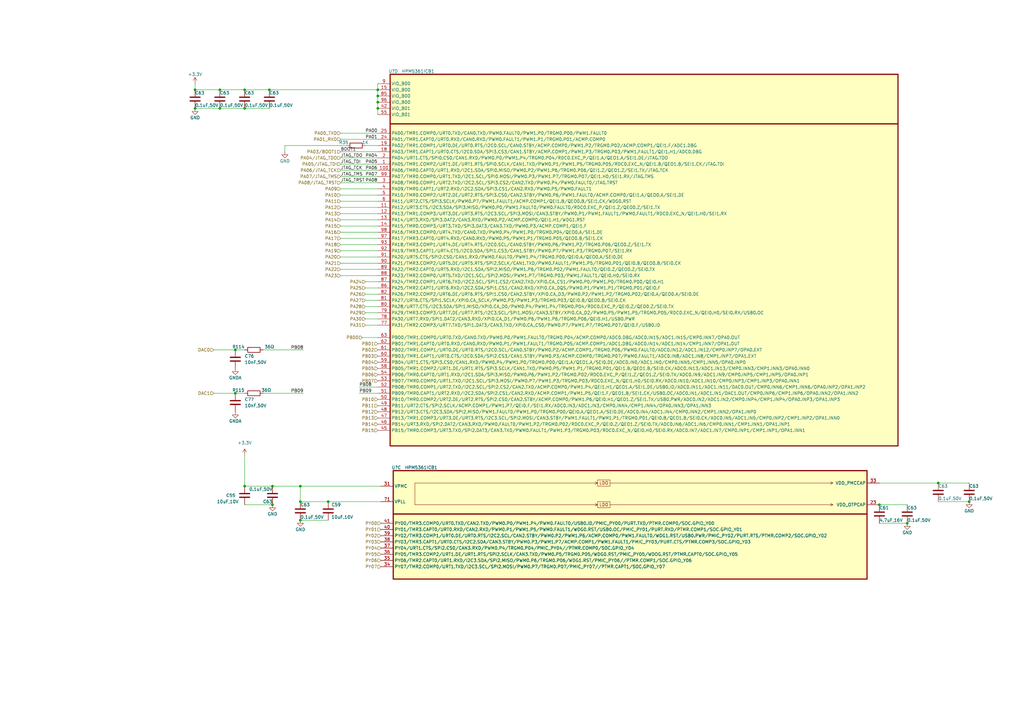
<source format=kicad_sch>
(kicad_sch (version 20230121) (generator eeschema)
  (paper "A3")
  (title_block (title "HPM5300RDCRevB") (date "2025-02-17") (rev "B") (comment 1 "HPM5300_IO"))
  (lib_symbols
    (symbol "00_HPM5300_Library:HPM5361ICB1"
      (property "Reference" "U" (at 1.27 1.27 0))
      (property "Value" "HPM5361ICB1" (at 11.43 1.27 0))
      (property "Footprint" "00_HPM_Library:LQFP-100_14x14mm_P0.5mm" (at 17.78 5.08 0))
      (symbol "HPM5361ICB1_1_1"
        (polyline (pts (xy 0 -59.69) (xy 35.56 -59.69)) (stroke (width 0.508)))
        (polyline (pts (xy 8.89 -6.35) (xy 14.605 -6.35) (xy 14.605 -10.16) (xy 13.97 -9.525) (xy 14.605 -10.16) (xy 15.24 -9.525)))
        (polyline (pts (xy 14.605 -12.7) (xy 14.605 -16.51) (xy 8.89 -16.51) (xy 9.525 -15.875) (xy 8.89 -16.51) (xy 9.525 -17.145)))
        (rectangle (start 0 0) (end 35.56 -76.2) (stroke (width 0.508)) (fill (type background)))
        (rectangle (start 10.16 -10.16) (end 17.78 -12.7))
        (text "Analog_Domain" (at 11.43 -62.23 0) (effects (font (size 1.778 1.778))))
        (text "DCDC" (at 13.97 -11.43 0) (effects (font (size 1.27 1.27))))
        (text "DCDC_Domain" (at 10.16 -2.54 0) (effects (font (size 1.778 1.778))))
        (pin power_in line (at 40.64 -30.48 180) (length 5.08) (name "VSS") (number "10"))
        (pin power_in line (at 40.64 -33.02 180) (length 5.08) (name "VSS") (number "16"))
        (pin power_in line (at 40.64 -8.89 180) (length 5.08) (name "VDD_SOC") (number "17"))
        (pin power_in line (at 40.64 -11.43 180) (length 5.08) (name "VDD_SOC") (number "20"))
        (pin power_in line (at -5.08 -24.13 0) (length 5.08) (name "DCDC_SNS") (number "21"))
        (pin power_in line (at 40.64 -35.56 180) (length 5.08) (name "VSS") (number "22"))
        (pin power_in line (at -5.08 -35.56 0) (length 5.08) (name "DCDC_GND") (number "28"))
        (pin power_in line (at -5.08 -16.51 0) (length 5.08) (name "DCDC_LP") (number "29"))
        (pin power_in line (at -5.08 -6.35 0) (length 5.08) (name "DCDC_IN") (number "30"))
        (pin power_in line (at 40.64 -38.1 180) (length 5.08) (name "VSS") (number "32"))
        (pin power_in line (at 40.64 -40.64 180) (length 5.08) (name "VSS") (number "43"))
        (pin power_in line (at 40.64 -13.97 180) (length 5.08) (name "VDD_SOC") (number "44"))
        (pin power_in line (at 40.64 -43.18 180) (length 5.08) (name "VSS") (number "56"))
        (pin power_in line (at 40.64 -16.51 180) (length 5.08) (name "VDD_SOC") (number "57"))
        (pin power_in line (at 40.64 -71.12 180) (length 5.08) (name "VREFL") (number "64"))
        (pin power_in line (at 40.64 -64.77 180) (length 5.08) (name "VREFH") (number "65"))
        (pin power_in line (at 40.64 -45.72 180) (length 5.08) (name "VSS") (number "66"))
        (pin power_in line (at -5.08 -71.12 0) (length 5.08) (name "VANA") (number "67"))
        (pin power_in line (at 40.64 -19.05 180) (length 5.08) (name "VDD_SOC") (number "69"))
        (pin power_in line (at 40.64 -6.35 180) (length 5.08) (name "VDD_SOC") (number "7"))
        (pin power_in line (at 40.64 -48.26 180) (length 5.08) (name "VSS") (number "70"))
        (pin power_in line (at 40.64 -50.8 180) (length 5.08) (name "VSS") (number "76"))
        (pin power_in line (at 40.64 -27.94 180) (length 5.08) (name "VSS") (number "8"))
        (pin power_in line (at 40.64 -21.59 180) (length 5.08) (name "VDD_SOC") (number "83"))
        (pin power_in line (at 40.64 -53.34 180) (length 5.08) (name "VSS") (number "84"))
        (pin power_in line (at 40.64 -24.13 180) (length 5.08) (name "VDD_SOC") (number "94"))
        (pin power_in line (at 40.64 -55.88 180) (length 5.08) (name "VSS") (number "95"))
      )
      (symbol "HPM5361ICB1_2_1"
        (rectangle (start 0 0) (end 35.56 -33.02) (stroke (width 0.508)) (fill (type background)))
        (pin input line (at -5.08 -17.78 0) (length 5.08) (name "RESETN") (number "26"))
        (pin input line (at -5.08 -21.59 0) (length 5.08) (name "WAKEUP") (number "27"))
        (pin power_in line (at -5.08 -26.67 0) (length 5.08) (name "USBVBUS") (number "68"))
        (pin bidirectional line (at 40.64 -26.67 180) (length 5.08) (name "USB_DP") (number "72"))
        (pin bidirectional line (at 40.64 -29.21 180) (length 5.08) (name "USB_DM") (number "73"))
        (pin bidirectional line (at -5.08 -3.81 0) (length 5.08) (name "XTALI") (number "74"))
        (pin bidirectional line (at -5.08 -12.7 0) (length 5.08) (name "XTALO") (number "75"))
      )
      (symbol "HPM5361ICB1_3_0"
        (polyline (pts (xy 8.89 -13.97) (xy 83.82 -13.97) (xy 82.804 -13.462) (xy 83.82 -13.97) (xy 82.804 -14.478)))
        (polyline (pts (xy 8.89 -5.08) (xy 83.82 -5.08) (xy 82.804 -4.572) (xy 83.82 -5.08) (xy 82.804 -5.588)))
        (polyline (pts (xy 88.9 -13.97) (xy 180.34 -13.97) (xy 179.324 -13.462) (xy 180.34 -13.97) (xy 179.324 -14.478)))
        (polyline (pts (xy 88.9 -5.08) (xy 180.34 -5.08) (xy 179.324 -4.572) (xy 180.34 -5.08) (xy 179.324 -5.588)))
      )
      (symbol "HPM5361ICB1_3_1"
        (polyline (pts (xy 0 -17.78) (xy 194.31 -17.78)) (stroke (width 0.508)))
        (polyline (pts (xy 8.89 -12.7) (xy 8.89 -5.08) (xy 8.89 -13.97)))
        (rectangle (start 0 0) (end 194.31 -44.45) (stroke (width 0.508)) (fill (type background)))
        (rectangle (start 83.82 -12.7) (end 88.9 -15.24))
        (rectangle (start 83.82 -3.81) (end 88.9 -6.35))
        (text "LDO" (at 86.36 -13.97 0) (effects (font (size 1.27 1.27))))
        (text "LDO" (at 86.36 -5.08 0) (effects (font (size 1.27 1.27))))
        (pin power_out line (at 199.39 -13.97 180) (length 5.08) (name "VDD_OTPCAP") (number "23"))
        (pin power_in line (at -5.08 -6.35 0) (length 5.08) (name "VPMC") (number "31"))
        (pin power_out line (at 199.39 -5.08 180) (length 5.08) (name "VDD_PMCCAP") (number "33"))
        (pin bidirectional line (at -5.08 -39.37 0) (length 5.08) (name "PY07/TMR2.COMP0/URT1.TXD/I2C3.SCL/SPI2.MOSI/PWM0.P7/TRGM0.P07/PMIC_PY07//PTMR.CAPT1/SOC.GPIO_Y07") (number "34"))
        (pin bidirectional line (at -5.08 -36.83 0) (length 5.08) (name "PY06/TMR2.CAPT0/URT1.RXD/I2C3.SDA/SPI2.MISO/PWM0.P6/TRGM0.P06/WDG1.RST/PMIC_PY06//PTMR.COMP1/SOC.GPIO_Y06") (number "35"))
        (pin bidirectional line (at -5.08 -34.29 0) (length 5.08) (name "PY05/TMR3.COMP2/URT1.DE/URT1.RTS/SPI2.SCLK/CAN3.TXD/PWM0.P5/TRGM0.P05/WDG0.RST/PMIC_PY05/WDOG.RST/PTMR.CAPT0/SOC.GPIO_Y05") (number "36"))
        (pin bidirectional line (at -5.08 -31.75 0) (length 5.08) (name "PY04/URT1.CTS/SPI2.CS0/CAN3.RXD/PWM0.P4/TRGM0.P04/PMIC_PY04//PTMR.COMP0/SOC.GPIO_Y04") (number "37"))
        (pin bidirectional line (at -5.08 -29.21 0) (length 5.08) (name "PY03/TMR3.CAPT1/URT0.CTS/I2C2.SDA/CAN3.STBY/PWM0.P3/PWM1.P7/ACMP.COMP1/PWM1.FAULT1/PMIC_PY03/PURT.CTS/PTMR.COMP3/SOC.GPIO_Y03") (number "38"))
        (pin bidirectional line (at -5.08 -26.67 0) (length 5.08) (name "PY02/TMR3.COMP1/URT0.DE/URT0.RTS/I2C2.SCL/CAN2.STBY/PWM0.P2/PWM1.P6/ACMP.COMP0/PWM1.FAULT0/WDG1.RST/USB0.PWR/PMIC_PY02/PURT.RTS/PTMR.COMP2/SOC.GPIO_Y02") (number "39"))
        (pin bidirectional line (at -5.08 -24.13 0) (length 5.08) (name "PY01/TMR3.CAPT0/URT0.RXD/CAN2.RXD/PWM0.P1/PWM1.P5/PWM0.FAULT1/WDG0.RST/USB0.OC/PMIC_PY01/PURT.RXD/PTMR.COMP1/SOC.GPIO_Y01") (number "40"))
        (pin bidirectional line (at -5.08 -21.59 0) (length 5.08) (name "PY00/TMR3.COMP0/URT0.TXD/CAN2.TXD/PWM0.P0/PWM1.P4/PWM0.FAULT0/USB0.ID/PMIC_PY00/PURT.TXD/PTMR.COMP0/SOC.GPIO_Y00") (number "41"))
        (pin power_in line (at -5.08 -12.7 0) (length 5.08) (name "VPLL") (number "71"))
      )
      (symbol "HPM5361ICB1_4_1"
        (polyline (pts (xy 0 -20.32) (xy 208.28 -20.32)) (stroke (width 0.5)))
        (rectangle (start 0 0) (end 208.28 -152.4) (stroke (width 0.508)) (fill (type background)))
        (pin bidirectional line (at -5.08 -36.83 0) (length 5.08) (name "PA05/TMR1.COMP2/URT1.DE/URT1.RTS/SPI0.SCLK/CAN1.TXD/PWM0.P1/PWM1.P5/TRGM0.P05/RDC0.EXC_N/QEI1.B/QEO1.B/SEI1.CK/JTAG.TDI") (number "1"))
        (pin bidirectional line (at -5.08 -39.37 0) (length 5.08) (name "PA06/TMR0.CAPT0/URT1.RXD/I2C1.SDA/SPI0.MISO/PWM0.P2/PWM1.P6/TRGM0.P06/QEI1.Z/QEO1.Z/SEI1.TX/JTAG.TCK") (number "100"))
        (pin bidirectional line (at -5.08 -54.61 0) (length 5.08) (name "PA12/URT3.CTS/I2C3.SDA/SPI3.MISO/PWM0.P0/PWM1.FAULT0/PWM0.FAULT0/RDC0.EXC_P/QEI1.Z/QEO0.Z/SEI1.TX") (number "11"))
        (pin bidirectional line (at -5.08 -57.15 0) (length 5.08) (name "PA13/TMR1.COMP3/URT3.DE/URT3.RTS/I2C3.SCL/SPI3.MOSI/CAN3.STBY/PWM0.P1/PWM1.FAULT1/PWM0.FAULT1/RDC0.EXC_N/QEI1.H0/SEI1.RX") (number "12"))
        (pin bidirectional line (at -5.08 -59.69 0) (length 5.08) (name "PA14/URT3.RXD/SPI3.DAT2/CAN3.RXD/PWM0.P2/ACMP.COMP0/QEI1.H1/WDG1.RST") (number "13"))
        (pin bidirectional line (at -5.08 -62.23 0) (length 5.08) (name "PA15/TMR0.COMP3/URT3.TXD/SPI3.DAT3/CAN3.TXD/PWM0.P3/ACMP.COMP1/QEI1.F") (number "14"))
        (pin power_in line (at -5.08 -6.35 0) (length 5.08) (name "VIO_B00") (number "15"))
        (pin bidirectional line (at -5.08 -31.75 0) (length 5.08) (name "PA03/TMR1.CAPT1/URT0.CTS/I2C0.SDA/SPI3.CS3/CAN1.STBY/ACMP.COMP1/PWM1.P3/TRGM0.P03/PWM1.FAULT1/QEI1.H1/ADC0.DBG") (number "18"))
        (pin bidirectional line (at -5.08 -29.21 0) (length 5.08) (name "PA02/TMR1.COMP1/URT0.DE/URT0.RTS/I2C0.SCL/CAN0.STBY/ACMP.COMP0/PWM1.P2/TRGM0.P02/ACMP.COMP1/QEI1.F/ADC1.DBG") (number "19"))
        (pin bidirectional line (at -5.08 -34.29 0) (length 5.08) (name "PA04/URT1.CTS/SPI0.CS0/CAN1.RXD/PWM0.P0/PWM1.P4/TRGM0.P04/RDC0.EXC_P/QEI1.A/QEO1.A/SEI1.DE/JTAG.TDO") (number "2"))
        (pin bidirectional line (at -5.08 -26.67 0) (length 5.08) (name "PA01/TMR1.CAPT0/URT0.RXD/CAN0.RXD/PWM0.FAULT1/PWM1.P1/TRGM0.P01/ACMP.COMP0") (number "24"))
        (pin bidirectional line (at -5.08 -24.13 0) (length 5.08) (name "PA00/TMR1.COMP0/URT0.TXD/CAN0.TXD/PWM0.FAULT0/PWM1.P0/TRGM0.P00/PWM1.FAULT0") (number "25"))
        (pin bidirectional line (at -5.08 -44.45 0) (length 5.08) (name "PA08/TMR0.COMP1/URT2.TXD/I2C2.SCL/SPI3.CS2/CAN2.TXD/PWM0.P4/PWM0.FAULT0/JTAG.TRST") (number "3"))
        (pin bidirectional line (at -5.08 -46.99 0) (length 5.08) (name "PA09/TMR0.CAPT1/URT2.RXD/I2C2.SDA/SPI3.CS1/CAN2.RXD/PWM0.P5/PWM0.FAULT1") (number "4"))
        (pin power_in line (at -5.08 -13.97 0) (length 5.08) (name "VIO_B01") (number "42"))
        (pin bidirectional line (at -5.08 -146.05 0) (length 5.08) (name "PB15/TMR0.COMP3/URT3.TXD/SPI2.DAT3/CAN3.TXD/PWM0.FAULT1/PWM1.P3/TRGM0.P03/RDC0.EXC_N/QEI0.H0/SEI0.RX/ADC0.IN7/ADC1.IN7/CMP0.INP1/CMP1.INP1/OPA1.INN1") (number "45"))
        (pin bidirectional line (at -5.08 -143.51 0) (length 5.08) (name "PB14/URT3.RXD/SPI2.DAT2/CAN3.RXD/PWM0.FAULT0/PWM1.P2/TRGM0.P02/RDC0.EXC_P/QEI0.Z/QEO1.Z/SEI0.TX/ADC0.IN6/ADC1.IN6/CMP0.INN1/CMP1.INN1/OPA1.INP1") (number "46"))
        (pin bidirectional line (at -5.08 -140.97 0) (length 5.08) (name "PB13/TMR1.COMP3/URT3.DE/URT3.RTS/I2C3.SCL/SPI2.MOSI/CAN3.STBY/PWM1.FAULT1/PWM1.P1/TRGM0.P01/QEI0.B/QEO1.B/SEI0.CK/ADC0.IN5/ADC1.IN5/CMP0.INP2/CMP1.INP2/OPA1.INN0") (number "47"))
        (pin bidirectional line (at -5.08 -138.43 0) (length 5.08) (name "PB12/URT3.CTS/I2C3.SDA/SPI2.MISO/PWM1.FAULT0/PWM1.P0/TRGM0.P00/QEI0.A/QEO1.A/SEI0.DE/ADC0.IN4/ADC1.IN4/CMP0.INN2/CMP1.INN2/OPA1.INP0") (number "48"))
        (pin bidirectional line (at -5.08 -135.89 0) (length 5.08) (name "PB11/URT2.CTS/SPI2.SCLK/ACMP.COMP1/PWM1.P7/QEI0.F/SEI1.RX/ADC0.IN3/ADC1.IN3/CMP0.INN4/CMP1.INN4/OPA0.INN3/OPA1.INN3") (number "49"))
        (pin bidirectional line (at -5.08 -49.53 0) (length 5.08) (name "PA10/TMR0.COMP2/URT2.DE/URT2.RTS/SPI3.CS0/CAN2.STBY/PWM0.P6/PWM1.FAULT0/ACMP.COMP0/QEI1.A/QEO0.A/SEI1.DE") (number "5"))
        (pin bidirectional line (at -5.08 -133.35 0) (length 5.08) (name "PB10/TMR0.COMP2/URT2.DE/URT2.RTS/SPI2.CS0/CAN2.STBY/ACMP.COMP0/PWM1.P6/QEI0.H1/QEO1.Z/SEI1.TX/USB0.PWR/ADC0.IN2/ADC1.IN2/CMP0.INP4/CMP1.INP4/OPA0.INP3/OPA1.INP3") (number "50"))
        (pin bidirectional line (at -5.08 -130.81 0) (length 5.08) (name "PB09/TMR0.CAPT1/URT2.RXD/I2C2.SDA/SPI2.CS1/CAN2.RXD/ACMP.COMP1/PWM1.P5/QEI1.F/QEO1.B/SEI1.CK/USB0.OC/ADC0.IN1/ADC1.IN1/DAC1.OUT/CMP0.INP6/CMP1.INP6/OPA0.INN2/OPA1.INN2") (number "51"))
        (pin bidirectional line (at -5.08 -128.27 0) (length 5.08) (name "PB08/TMR0.COMP1/URT2.TXD/I2C2.SCL/SPI2.CS2/CAN2.TXD/ACMP.COMP0/PWM1.P4/QEI1.H1/QEO1.A/SEI1.DE/USB0.ID/ADC0.IN11/ADC1.IN11/DAC0.OUT/CMP0.INN6/CMP1.INN6/OPA0.INP2/OPA1.INP2") (number "52"))
        (pin bidirectional line (at -5.08 -125.73 0) (length 5.08) (name "PB07/TMR0.COMP0/URT1.TXD/I2C1.SCL/SPI3.MOSI/PWM0.P7/PWM1.P3/TRGM0.P03/RDC0.EXC_N/QEI1.H0/SEI0.RX/ADC0.IN10/ADC1.IN10/CMP0.INP3/CMP1.INP3/OPA0.INN1") (number "53"))
        (pin bidirectional line (at -5.08 -123.19 0) (length 5.08) (name "PB06/TMR0.CAPT0/URT1.RXD/I2C1.SDA/SPI3.MISO/PWM0.P6/PWM1.P2/TRGM0.P02/RDC0.EXC_P/QEI1.Z/QEO1.Z/SEI0.TX/ADC0.IN9/ADC1.IN9/CMP0.INP5/CMP1.INP5/OPA0.INP1") (number "54"))
        (pin power_in line (at -5.08 -16.51 0) (length 5.08) (name "VIO_B01") (number "55"))
        (pin bidirectional line (at -5.08 -120.65 0) (length 5.08) (name "PB05/TMR1.COMP2/URT1.DE/URT1.RTS/SPI3.SCLK/CAN1.TXD/PWM0.P5/PWM1.P1/TRGM0.P01/QEI1.B/QEO1.B/SEI0.CK/ADC0.IN13/ADC1.IN13/CMP0.INN3/CMP1.INN3/OPA0.INN0") (number "58"))
        (pin bidirectional line (at -5.08 -118.11 0) (length 5.08) (name "PB04/URT1.CTS/SPI3.CS0/CAN1.RXD/PWM0.P4/PWM1.P0/TRGM0.P00/QEI1.A/QEO1.A/SEI0.DE/ADC0.IN0/ADC1.IN0/CMP0.INN5/CMP1.INN5/OPA0.INP0") (number "59"))
        (pin bidirectional line (at -5.08 -52.07 0) (length 5.08) (name "PA11/URT2.CTS/SPI3.SCLK/PWM0.P7/PWM1.FAULT1/ACMP.COMP1/QEI1.B/QEO0.B/SEI1.CK/WDG0.RST") (number "6"))
        (pin bidirectional line (at -5.08 -115.57 0) (length 5.08) (name "PB03/TMR1.CAPT1/URT0.CTS/I2C0.SDA/SPI2.CS3/CAN1.STBY/PWM0.P3/ACMP.COMP0/TRGM0.P07/PWM0.FAULT1/ADC0.IN8/ADC1.IN8/CMP1.INP7/OPA1.EXT") (number "60"))
        (pin bidirectional line (at -5.08 -113.03 0) (length 5.08) (name "PB02/TMR1.COMP1/URT0.DE/URT0.RTS/I2C0.SCL/CAN0.STBY/PWM0.P2/ACMP.COMP1/TRGM0.P06/PWM0.FAULT0/ADC0.IN12/ADC1.IN12/CMP0.INP7/OPA0.EXT") (number "61"))
        (pin bidirectional line (at -5.08 -110.49 0) (length 5.08) (name "PB01/TMR1.CAPT0/URT0.RXD/CAN0.RXD/PWM0.P1/PWM1.FAULT1/TRGM0.P05/ACMP.COMP1/ADC1.DBG/ADC0.IN14/ADC1.IN14/CMP1.INN7/OPA1.OUT") (number "62"))
        (pin bidirectional line (at -5.08 -107.95 0) (length 5.08) (name "PB00/TMR1.COMP0/URT0.TXD/CAN0.TXD/PWM0.P0/PWM1.FAULT0/TRGM0.P04/ACMP.COMP0/ADC0.DBG/ADC0.IN15/ADC1.IN15/CMP0.INN7/OPA0.OUT") (number "63"))
        (pin bidirectional line (at -5.08 -102.87 0) (length 5.08) (name "PA31/TMR2.COMP3/URT7.TXD/SPI1.DAT3/CAN3.TXD/XPI0.CA_CS0/PWM0.P7/PWM1.P7/TRGM0.P07/QEI0.F/USB0.ID") (number "77"))
        (pin bidirectional line (at -5.08 -100.33 0) (length 5.08) (name "PA30/URT7.RXD/SPI1.DAT2/CAN3.RXD/XPI0.CA_D1/PWM0.P6/PWM1.P6/TRGM0.P06/QEI0.H1/USB0.PWR") (number "78"))
        (pin bidirectional line (at -5.08 -97.79 0) (length 5.08) (name "PA29/TMR3.COMP3/URT7.DE/URT7.RTS/I2C3.SCL/SPI1.MOSI/CAN3.STBY/XPI0.CA_D2/PWM0.P5/PWM1.P5/TRGM0.P05/RDC0.EXC_N/QEI0.H0/SEI0.RX/USB0.OC") (number "79"))
        (pin bidirectional line (at -5.08 -95.25 0) (length 5.08) (name "PA28/URT7.CTS/I2C3.SDA/SPI1.MISO/XPI0.CA_D0/PWM0.P4/PWM1.P4/TRGM0.P04/RDC0.EXC_P/QEI0.Z/QEO0.Z/SEI0.TX") (number "80"))
        (pin bidirectional line (at -5.08 -92.71 0) (length 5.08) (name "PA27/URT6.CTS/SPI1.SCLK/XPI0.CA_SCLK/PWM0.P3/PWM1.P3/TRGM0.P03/QEI0.B/QEO0.B/SEI0.CK") (number "81"))
        (pin bidirectional line (at -5.08 -90.17 0) (length 5.08) (name "PA26/TMR2.COMP2/URT6.DE/URT6.RTS/SPI1.CS0/CAN2.STBY/XPI0.CA_D3/PWM0.P2/PWM1.P2/TRGM0.P02/QEI0.A/QEO0.A/SEI0.DE") (number "82"))
        (pin power_in line (at -5.08 -8.89 0) (length 5.08) (name "VIO_B00") (number "85"))
        (pin bidirectional line (at -5.08 -87.63 0) (length 5.08) (name "PA25/TMR2.CAPT1/URT6.RXD/I2C2.SDA/SPI1.CS1/CAN2.RXD/XPI0.CA_DQS/PWM0.P1/PWM1.P1/TRGM0.P01/QEI0.F") (number "86"))
        (pin bidirectional line (at -5.08 -85.09 0) (length 5.08) (name "PA24/TMR2.COMP1/URT6.TXD/I2C2.SCL/SPI1.CS2/CAN2.TXD/XPI0.CA_CS1/PWM0.P0/PWM1.P0/TRGM0.P00/QEI0.H1") (number "87"))
        (pin bidirectional line (at -5.08 -82.55 0) (length 5.08) (name "PA23/TMR2.COMP0/URT5.TXD/I2C1.SCL/SPI2.MOSI/PWM1.P7/TRGM0.P03/PWM1.FAULT1/QEI0.H0/SEI0.RX") (number "88"))
        (pin bidirectional line (at -5.08 -80.01 0) (length 5.08) (name "PA22/TMR2.CAPT0/URT5.RXD/I2C1.SDA/SPI2.MISO/PWM1.P6/TRGM0.P02/PWM1.FAULT0/QEI0.Z/QEO0.Z/SEI0.TX") (number "89"))
        (pin power_in line (at -5.08 -3.81 0) (length 5.08) (name "VIO_B00") (number "9"))
        (pin bidirectional line (at -5.08 -77.47 0) (length 5.08) (name "PA21/TMR3.COMP2/URT5.DE/URT5.RTS/SPI2.SCLK/CAN1.TXD/PWM0.FAULT1/PWM1.P5/TRGM0.P01/QEI0.B/QEO0.B/SEI0.CK") (number "90"))
        (pin bidirectional line (at -5.08 -74.93 0) (length 5.08) (name "PA20/URT5.CTS/SPI2.CS0/CAN1.RXD/PWM0.FAULT0/PWM1.P4/TRGM0.P00/QEI0.A/QEO0.A/SEI0.DE") (number "91"))
        (pin bidirectional line (at -5.08 -72.39 0) (length 5.08) (name "PA19/TMR3.CAPT1/URT4.CTS/I2C0.SDA/SPI1.CS3/CAN1.STBY/PWM0.P7/PWM1.P3/TRGM0.P07/SEI1.RX") (number "92"))
        (pin bidirectional line (at -5.08 -69.85 0) (length 5.08) (name "PA18/TMR3.COMP1/URT4.DE/URT4.RTS/I2C0.SCL/CAN0.STBY/PWM0.P6/PWM1.P2/TRGM0.P06/QEO0.Z/SEI1.TX") (number "93"))
        (pin power_in line (at -5.08 -11.43 0) (length 5.08) (name "VIO_B00") (number "96"))
        (pin bidirectional line (at -5.08 -67.31 0) (length 5.08) (name "PA17/TMR3.CAPT0/URT4.RXD/CAN0.RXD/PWM0.P5/PWM1.P1/TRGM0.P05/QEO0.B/SEI1.CK") (number "97"))
        (pin bidirectional line (at -5.08 -64.77 0) (length 5.08) (name "PA16/TMR3.COMP0/URT4.TXD/CAN0.TXD/PWM0.P4/PWM1.P0/TRGM0.P04/QEO0.A/SEI1.DE") (number "98"))
        (pin bidirectional line (at -5.08 -41.91 0) (length 5.08) (name "PA07/TMR0.COMP0/URT1.TXD/I2C1.SCL/SPI0.MOSI/PWM0.P3/PWM1.P7/TRGM0.P07/QEI1.H0/SEI1.RX/JTAG.TMS") (number "99"))
      )
    )
    (symbol "02_HPM_Resistor:1K_0603" (pin_numbers hide) (pin_names (offset 0))
      (property "Reference" "R" (at 0 3.81 0))
      (property "Value" "1K" (at 0 7.62 0))
      (symbol "1K_0603_0_1"
        (rectangle (start 2.54 -1.016) (end -2.54 1.016) (stroke (width 0.254)))
      )
      (symbol "1K_0603_1_1"
        (pin passive line (at -3.81 0 0) (length 1.27) (name "~") (number "1"))
        (pin passive line (at 3.81 0 180) (length 1.27) (name "~") (number "2"))
      )
    )
    (symbol "02_HPM_Resistor:36Ω_0603" (pin_numbers hide) (pin_names (offset 0))
      (property "Reference" "R" (at 0 3.81 0))
      (property "Value" "36Ω" (at 0 6.35 0))
      (symbol "36Ω_0603_0_1"
        (rectangle (start 2.54 -1.016) (end -2.54 1.016) (stroke (width 0.254)))
      )
      (symbol "36Ω_0603_1_1"
        (pin passive line (at -3.81 0 0) (length 1.27) (name "~") (number "1"))
        (pin passive line (at 3.81 0 180) (length 1.27) (name "~") (number "2"))
      )
    )
    (symbol "03_HPM_Capacitance:0.1uF,50V,0603" (pin_numbers hide) (pin_names (offset 0.254))
      (property "Reference" "C" (at 0.635 2.54 0))
      (property "Value" "0.1uF,50V" (at 0.635 -2.54 0))
      (symbol "0.1uF,50V,0603_0_1"
        (polyline (pts (xy -2.032 -0.762) (xy 2.032 -0.762)) (stroke (width 0.508)))
        (polyline (pts (xy -2.032 0.762) (xy 2.032 0.762)) (stroke (width 0.508)))
      )
      (symbol "0.1uF,50V,0603_1_1"
        (pin passive line (at 0 3.81 270) (length 2.794) (name "~") (number "1"))
        (pin passive line (at 0 -3.81 90) (length 2.794) (name "~") (number "2"))
      )
    )
    (symbol "03_HPM_Capacitance:10nF,50V_0603" (pin_numbers hide) (pin_names (offset 0.254))
      (property "Reference" "C" (at 0 11.43 0))
      (property "Value" "10nF,50V" (at -6.35 15.24 0))
      (symbol "10nF,50V_0603_0_1"
        (polyline (pts (xy -2.032 -0.762) (xy 2.032 -0.762)) (stroke (width 0.508)))
        (polyline (pts (xy -2.032 0.762) (xy 2.032 0.762)) (stroke (width 0.508)))
      )
      (symbol "10nF,50V_0603_1_1"
        (pin passive line (at 0 3.81 270) (length 2.794) (name "~") (number "1"))
        (pin passive line (at 0 -3.81 90) (length 2.794) (name "~") (number "2"))
      )
    )
    (symbol "03_HPM_Capacitance:10uF,10V_0603" (pin_numbers hide)
      (property "Reference" "C" (at 0 8.89 0))
      (property "Value" "10uF,10V" (at 0 10.16 0))
      (symbol "10uF,10V_0603_0_1"
        (polyline (pts (xy -2.032 -0.762) (xy 2.032 -0.762)) (stroke (width 0.508)))
        (polyline (pts (xy -2.032 0.762) (xy 2.032 0.762)) (stroke (width 0.508)))
      )
      (symbol "10uF,10V_0603_1_1"
        (pin passive line (at 0 3.81 270) (length 2.794) (name "~") (number "1"))
        (pin passive line (at 0 -3.81 90) (length 2.794) (name "~") (number "2"))
      )
    )
    (symbol "03_HPM_Capacitance:4.7uF,16V_0603" (pin_numbers hide) (pin_names (offset 0.254))
      (property "Reference" "C" (at 0.635 2.54 0))
      (property "Value" "4.7uF,16V" (at 0.635 -2.54 0))
      (symbol "4.7uF,16V_0603_0_1"
        (polyline (pts (xy -2.032 -0.762) (xy 2.032 -0.762)) (stroke (width 0.508)))
        (polyline (pts (xy -2.032 0.762) (xy 2.032 0.762)) (stroke (width 0.508)))
      )
      (symbol "4.7uF,16V_0603_1_1"
        (pin passive line (at 0 3.81 270) (length 2.794) (name "~") (number "1"))
        (pin passive line (at 0 -3.81 90) (length 2.794) (name "~") (number "2"))
      )
    )
    (symbol "98_POWER:GND" (power) (pin_names (offset 0))
      (property "Value" "GND" (at 0 -3.81 0))
      (symbol "GND_0_1"
        (polyline (pts (xy 0 0) (xy 0 -1.27) (xy 1.27 -1.27) (xy 0 -2.54) (xy -1.27 -1.27) (xy 0 -1.27)))
      )
      (symbol "GND_1_1"
        (pin power_in line (at 0 0 270) (length 0) hide (name "GND") (number "1"))
      )
    )
    (symbol "power:+3.3V" (power) (pin_names (offset 0))
      (property "Value" "+3.3V" (at 0 3.556 0))
      (symbol "+3.3V_0_1"
        (polyline (pts (xy -0.762 1.27) (xy 0 2.54)))
        (polyline (pts (xy 0 0) (xy 0 2.54)))
        (polyline (pts (xy 0 2.54) (xy 0.762 1.27)))
      )
      (symbol "+3.3V_1_1"
        (pin power_in line (at 0 0 90) (length 0) hide (name "+3.3V") (number "1"))
      )
    )
    (symbol "power:GNDA" (power) (pin_names (offset 0))
      (property "Value" "GNDA" (at 0 -3.81 0))
      (symbol "GNDA_0_1"
        (polyline (pts (xy 0 0) (xy 0 -1.27) (xy 1.27 -1.27) (xy 0 -2.54) (xy -1.27 -1.27) (xy 0 -1.27)))
      )
      (symbol "GNDA_1_1"
        (pin power_in line (at 0 0 270) (length 0) hide (name "GNDA") (number "1"))
      )
    )
  )
  (junction (at 90.17 44.45))
  (junction (at 96.52 143.51))
  (junction (at 80.01 36.83))
  (junction (at 154.94 44.45))
  (junction (at 96.52 161.29))
  (junction (at 111.76 207.01))
  (junction (at 384.81 198.12))
  (junction (at 123.19 205.74))
  (junction (at 372.11 214.63))
  (junction (at 123.19 199.39))
  (junction (at 110.49 36.83))
  (junction (at 154.94 41.91))
  (junction (at 154.94 36.83))
  (junction (at 360.68 207.01))
  (junction (at 397.51 205.74))
  (junction (at 100.33 36.83))
  (junction (at 111.76 199.39))
  (junction (at 123.19 213.36))
  (junction (at 80.01 44.45))
  (junction (at 100.33 44.45))
  (junction (at 90.17 36.83))
  (junction (at 100.33 199.39))
  (junction (at 134.62 205.74))
  (junction (at 154.94 39.37))
  (wire (pts (xy 139.7 105.41) (xy 154.94 105.41)))
  (wire (pts (xy 123.19 205.74) (xy 134.62 205.74)))
  (wire (pts (xy 154.94 36.83) (xy 154.94 39.37)))
  (wire (pts (xy 139.7 85.09) (xy 154.94 85.09)))
  (wire (pts (xy 100.33 36.83) (xy 110.49 36.83)))
  (wire (pts (xy 154.94 39.37) (xy 154.94 41.91)))
  (wire (pts (xy 149.86 123.19) (xy 154.94 123.19)))
  (wire (pts (xy 149.86 133.35) (xy 154.94 133.35)))
  (wire (pts (xy 360.68 207.01) (xy 372.11 207.01)))
  (wire (pts (xy 80.01 34.29) (xy 80.01 36.83)))
  (wire (pts (xy 148.59 138.43) (xy 154.94 138.43)))
  (wire (pts (xy 139.7 97.79) (xy 154.94 97.79)))
  (wire (pts (xy 154.94 34.29) (xy 154.94 36.83)))
  (wire (pts (xy 149.86 118.11) (xy 154.94 118.11)))
  (wire (pts (xy 123.19 199.39) (xy 123.19 205.74)))
  (wire (pts (xy 149.86 130.81) (xy 154.94 130.81)))
  (wire (pts (xy 139.7 62.23) (xy 154.94 62.23)))
  (wire (pts (xy 139.7 87.63) (xy 154.94 87.63)))
  (wire (pts (xy 123.19 199.39) (xy 156.21 199.39)))
  (wire (pts (xy 149.86 128.27) (xy 154.94 128.27)))
  (wire (pts (xy 90.17 44.45) (xy 100.33 44.45)))
  (wire (pts (xy 80.01 36.83) (xy 90.17 36.83)))
  (wire (pts (xy 139.7 107.95) (xy 154.94 107.95)))
  (wire (pts (xy 139.7 92.71) (xy 154.94 92.71)))
  (wire (pts (xy 139.7 77.47) (xy 154.94 77.47)))
  (wire (pts (xy 139.7 64.77) (xy 154.94 64.77)))
  (wire (pts (xy 149.86 59.69) (xy 154.94 59.69)))
  (wire (pts (xy 139.7 110.49) (xy 154.94 110.49)))
  (wire (pts (xy 116.84 59.69) (xy 116.84 62.23)))
  (wire (pts (xy 100.33 199.39) (xy 111.76 199.39)))
  (wire (pts (xy 139.7 72.39) (xy 154.94 72.39)))
  (wire (pts (xy 154.94 44.45) (xy 154.94 46.99)))
  (wire (pts (xy 87.63 143.51) (xy 96.52 143.51)))
  (wire (pts (xy 100.33 143.51) (xy 96.52 143.51)))
  (wire (pts (xy 139.7 54.61) (xy 154.94 54.61)))
  (wire (pts (xy 147.32 158.75) (xy 154.94 158.75)))
  (wire (pts (xy 111.76 199.39) (xy 123.19 199.39)))
  (wire (pts (xy 154.94 41.91) (xy 154.94 44.45)))
  (wire (pts (xy 384.81 205.74) (xy 397.51 205.74)))
  (wire (pts (xy 139.7 102.87) (xy 154.94 102.87)))
  (wire (pts (xy 139.7 67.31) (xy 154.94 67.31)))
  (wire (pts (xy 139.7 80.01) (xy 154.94 80.01)))
  (wire (pts (xy 80.01 44.45) (xy 90.17 44.45)))
  (wire (pts (xy 384.81 198.12) (xy 397.51 198.12)))
  (wire (pts (xy 139.7 74.93) (xy 154.94 74.93)))
  (wire (pts (xy 360.68 198.12) (xy 384.81 198.12)))
  (wire (pts (xy 139.7 113.03) (xy 154.94 113.03)))
  (wire (pts (xy 100.33 186.69) (xy 100.33 199.39)))
  (wire (pts (xy 111.76 207.01) (xy 100.33 207.01)))
  (wire (pts (xy 100.33 44.45) (xy 110.49 44.45)))
  (wire (pts (xy 139.7 95.25) (xy 154.94 95.25)))
  (wire (pts (xy 107.95 143.51) (xy 124.46 143.51)))
  (wire (pts (xy 139.7 57.15) (xy 154.94 57.15)))
  (wire (pts (xy 149.86 115.57) (xy 154.94 115.57)))
  (wire (pts (xy 149.86 120.65) (xy 154.94 120.65)))
  (wire (pts (xy 87.63 161.29) (xy 96.52 161.29)))
  (wire (pts (xy 107.95 161.29) (xy 124.46 161.29)))
  (wire (pts (xy 90.17 36.83) (xy 100.33 36.83)))
  (wire (pts (xy 134.62 205.74) (xy 156.21 205.74)))
  (wire (pts (xy 100.33 161.29) (xy 96.52 161.29)))
  (wire (pts (xy 149.86 125.73) (xy 154.94 125.73)))
  (wire (pts (xy 147.32 161.29) (xy 154.94 161.29)))
  (wire (pts (xy 139.7 100.33) (xy 154.94 100.33)))
  (wire (pts (xy 139.7 90.17) (xy 154.94 90.17)))
  (wire (pts (xy 110.49 36.83) (xy 154.94 36.83)))
  (wire (pts (xy 360.68 214.63) (xy 372.11 214.63)))
  (wire (pts (xy 139.7 69.85) (xy 154.94 69.85)))
  (wire (pts (xy 123.19 213.36) (xy 134.62 213.36)))
  (wire (pts (xy 142.24 59.69) (xy 116.84 59.69)))
  (wire (pts (xy 139.7 82.55) (xy 154.94 82.55)))
  (label "PB08" (at 124.46 143.51 180))
  (label "PB09" (at 124.46 161.29 180))
  (label "PB08" (at 147.32 158.75 0))
  (label "JTAG_TRST" (at 139.7 74.93 0))
  (label "JTAG_TDO" (at 139.7 64.77 0))
  (label "PA01" (at 149.86 57.15 0))
  (label "PA04" (at 149.86 64.77 0))
  (label "JTAG_TMS" (at 139.7 72.39 0))
  (label "PA05" (at 149.86 67.31 0))
  (label "PA00" (at 149.86 54.61 0))
  (label "PB09" (at 147.32 161.29 0))
  (label "PA07" (at 149.86 72.39 0))
  (label "PA06" (at 149.86 69.85 0))
  (label "JTAG_TDI" (at 139.7 67.31 0))
  (label "BOOT1" (at 139.7 62.23 0))
  (label "PA08" (at 149.86 74.93 0))
  (label "JTAG_TCK" (at 139.7 69.85 0))
  (hierarchical_label "PY07" (shape input) (at 156.21 232.41 180))
  (hierarchical_label "PY06" (shape input) (at 156.21 229.87 180))
  (hierarchical_label "PB03" (shape input) (at 154.94 146.05 180))
  (hierarchical_label "PA13" (shape input) (at 139.7 87.63 180))
  (hierarchical_label "PA10" (shape input) (at 139.7 80.01 180))
  (hierarchical_label "PA14" (shape input) (at 139.7 90.17 180))
  (hierarchical_label "PA17" (shape input) (at 139.7 97.79 180))
  (hierarchical_label "PA27" (shape input) (at 149.86 123.19 180))
  (hierarchical_label "PA01_RXD" (shape input) (at 139.7 57.15 180))
  (hierarchical_label "PB00" (shape input) (at 148.59 138.43 180))
  (hierarchical_label "PA29" (shape input) (at 149.86 128.27 180))
  (hierarchical_label "PA22" (shape input) (at 139.7 110.49 180))
  (hierarchical_label "PA26" (shape input) (at 149.86 120.65 180))
  (hierarchical_label "PA12" (shape input) (at 139.7 85.09 180))
  (hierarchical_label "PA08{slash}JTAG_TRST" (shape input) (at 139.7 74.93 180))
  (hierarchical_label "PB01" (shape input) (at 154.94 140.97 180))
  (hierarchical_label "PA16" (shape input) (at 139.7 95.25 180))
  (hierarchical_label "PB06" (shape input) (at 154.94 153.67 180))
  (hierarchical_label "PB10" (shape input) (at 154.94 163.83 180))
  (hierarchical_label "PB07" (shape input) (at 154.94 156.21 180))
  (hierarchical_label "PA15" (shape input) (at 139.7 92.71 180))
  (hierarchical_label "PB05" (shape input) (at 154.94 151.13 180))
  (hierarchical_label "PA19" (shape input) (at 139.7 102.87 180))
  (hierarchical_label "PA25" (shape input) (at 149.86 118.11 180))
  (hierarchical_label "PA09" (shape input) (at 139.7 77.47 180))
  (hierarchical_label "PB11" (shape input) (at 154.94 166.37 180))
  (hierarchical_label "PA21" (shape input) (at 139.7 107.95 180))
  (hierarchical_label "PA05{slash}JTAG_TDI" (shape input) (at 139.7 67.31 180))
  (hierarchical_label "PA23" (shape input) (at 139.7 113.03 180))
  (hierarchical_label "PA24" (shape input) (at 149.86 115.57 180))
  (hierarchical_label "PY04" (shape input) (at 156.21 224.79 180))
  (hierarchical_label "PB15" (shape input) (at 154.94 176.53 180))
  (hierarchical_label "DAC0" (shape input) (at 87.63 143.51 180))
  (hierarchical_label "PA03{slash}BOOT1" (shape input) (at 139.7 62.23 180))
  (hierarchical_label "PY01" (shape input) (at 156.21 217.17 180))
  (hierarchical_label "PA07{slash}JTAG_TMS" (shape input) (at 139.7 72.39 180))
  (hierarchical_label "PB02" (shape input) (at 154.94 143.51 180))
  (hierarchical_label "PA28" (shape input) (at 149.86 125.73 180))
  (hierarchical_label "PB13" (shape input) (at 154.94 171.45 180))
  (hierarchical_label "PA04{slash}JTAG_TDO" (shape input) (at 139.7 64.77 180))
  (hierarchical_label "PA20" (shape input) (at 139.7 105.41 180))
  (hierarchical_label "PB04" (shape input) (at 154.94 148.59 180))
  (hierarchical_label "PA31" (shape input) (at 149.86 133.35 180))
  (hierarchical_label "PY03" (shape input) (at 156.21 222.25 180))
  (hierarchical_label "PY02" (shape input) (at 156.21 219.71 180))
  (hierarchical_label "PA18" (shape input) (at 139.7 100.33 180))
  (hierarchical_label "PY05" (shape input) (at 156.21 227.33 180))
  (hierarchical_label "PA30" (shape input) (at 149.86 130.81 180))
  (hierarchical_label "PA11" (shape input) (at 139.7 82.55 180))
  (hierarchical_label "PB12" (shape input) (at 154.94 168.91 180))
  (hierarchical_label "PB14" (shape input) (at 154.94 173.99 180))
  (hierarchical_label "PA00_TXD" (shape input) (at 139.7 54.61 180))
  (hierarchical_label "DAC1" (shape input) (at 87.63 161.29 180))
  (hierarchical_label "PA06{slash}JTAG_TCK" (shape input) (at 139.7 69.85 180))
  (hierarchical_label "PY00" (shape input) (at 156.21 214.63 180))
  (symbol (lib_id "98_POWER:GND") (at 116.84 62.23 0) (unit 1)
    (property "Reference" "#PWR?" (effects hide))
    (property "Value" "GND" (at 114.808 66.04 0) (effects (justify left)))
  )
  (symbol (lib_id "03_HPM_Capacitance:0.1uF,50V,0603") (at 100.33 40.64 0) (unit 1)
    (property "Reference" "C63" (at 100.33 38.1 0) (effects (justify left)))
    (property "Value" "0.1uF,50V" (at 100.33 43.18 0) (effects (justify left)))
    (property "Footprint" "03_HPM_Capacitance:C_0603_1608Metric" (effects hide))
    (property "Model" "CC0603JRX7R9BB104" (effects hide))
    (property "Company" "YAGEO" (effects hide))
    (instances (project "HPM5300RDCRevB" (path "" (reference "C63") (unit 1)) (path "" (reference "C47") (unit 1))))
  )
  (symbol (lib_id "98_POWER:GND") (at 80.01 44.45 0) (unit 1)
    (property "Reference" "#PWR?" (effects hide))
    (property "Value" "GND" (at 77.978 48.26 0) (effects (justify left)))
  )
  (symbol (lib_id "03_HPM_Capacitance:10uF,10V_0603") (at 100.33 203.2 0) (unit 1)
    (property "Reference" "C55" (at 92.71 203.2 0) (effects (justify left)))
    (property "Value" "10uF,10V" (at 88.9 205.74 0) (effects (justify left)))
    (property "Footprint" "03_HPM_Capacitance:C_0603_1608Metric" (effects hide))
    (property "Model" " CL10A106KP8NNNC" (effects hide))
    (property "Company" " SAMSUNG(三星) " (effects hide))
  )
  (symbol (lib_id "02_HPM_Resistor:1K_0603") (at 146.05 59.69 0) (unit 1)
    (property "Reference" "R35" (at 140.97 58.42 0))
    (property "Value" "1K" (at 149.86 58.42 0))
    (property "Footprint" "02_HPM_Resistor:R_0603_1608Metric" (effects hide))
    (property "Model" "RC0603FR-071KL\n" (effects hide))
    (property "Company" "YAGEO" (effects hide))
  )
  (symbol (lib_id "03_HPM_Capacitance:0.1uF,50V,0603") (at 123.19 209.55 0) (unit 1)
    (property "Reference" "C63" (at 123.19 207.01 0) (effects (justify left)))
    (property "Value" "0.1uF,50V" (at 123.19 212.09 0) (effects (justify left)))
    (property "Footprint" "03_HPM_Capacitance:C_0603_1608Metric" (effects hide))
    (property "Model" "CC0603JRX7R9BB104" (effects hide))
    (property "Company" "YAGEO" (effects hide))
    (instances (project "HPM5300RDCRevB" (path "" (reference "C63") (unit 1)) (path "" (reference "C54") (unit 1))))
  )
  (symbol (lib_id "00_HPM5300_Library:HPM5361ICB1") (at 161.29 193.04 0) (unit 3)
    (property "Reference" "U?" (at 162.56 191.77 0))
    (property "Value" "HPM5361ICB1" (at 172.72 191.77 0))
    (property "Footprint" "00_HPM_Library:LQFP-100_14x14mm_P0.5mm" (effects hide))
  )
  (symbol (lib_id "03_HPM_Capacitance:0.1uF,50V,0603") (at 111.76 203.2 180) (unit 1)
    (property "Reference" "C63" (at 111.76 205.74 0) (effects (justify left)))
    (property "Value" "0.1uF,50V" (at 111.76 200.66 0) (effects (justify left)))
    (property "Footprint" "03_HPM_Capacitance:C_0603_1608Metric" (effects hide))
    (property "Model" "CC0603JRX7R9BB104" (effects hide))
    (property "Company" "YAGEO" (effects hide))
    (instances (project "HPM5300RDCRevB" (path "" (reference "C63") (unit 1)) (path "" (reference "C49") (unit 1))))
  )
  (symbol (lib_id "03_HPM_Capacitance:0.1uF,50V,0603") (at 110.49 40.64 0) (unit 1)
    (property "Reference" "C63" (at 110.49 38.1 0) (effects (justify left)))
    (property "Value" "0.1uF,50V" (at 110.49 43.18 0) (effects (justify left)))
    (property "Footprint" "03_HPM_Capacitance:C_0603_1608Metric" (effects hide))
    (property "Model" "CC0603JRX7R9BB104" (effects hide))
    (property "Company" "YAGEO" (effects hide))
    (instances (project "HPM5300RDCRevB" (path "" (reference "C63") (unit 1)) (path "" (reference "C48") (unit 1))))
  )
  (symbol (lib_id "power:GNDA") (at 96.52 168.91 0) (unit 1)
    (property "Reference" "#PWR?" (effects hide))
    (property "Value" "GNDA" (at 96.52 172.72 0))
    (instances (project "HPM5300-POWER" (path "" (reference "#PWR?") (unit 1))) (project "HPM5300RDCRevB" (path "" (reference "#PWR043") (unit 1)) (path "" (reference "#PWR018") (unit 1)) (path "" (reference "#PWR048") (unit 1))))
  )
  (symbol (lib_id "power:GNDA") (at 96.52 151.13 0) (unit 1)
    (property "Reference" "#PWR?" (effects hide))
    (property "Value" "GNDA" (at 96.52 154.94 0))
    (instances (project "HPM5300-POWER" (path "" (reference "#PWR?") (unit 1))) (project "HPM5300RDCRevB" (path "" (reference "#PWR043") (unit 1)) (path "" (reference "#PWR018") (unit 1)) (path "" (reference "#PWR031") (unit 1))))
  )
  (symbol (lib_id "03_HPM_Capacitance:10uF,10V_0603") (at 134.62 209.55 0) (unit 1)
    (property "Reference" "C59" (at 135.89 207.01 0) (effects (justify left)))
    (property "Value" "10uF,10V" (at 135.89 212.09 0) (effects (justify left)))
    (property "Footprint" "03_HPM_Capacitance:C_0603_1608Metric" (effects hide))
    (property "Model" " CL10A106KP8NNNC" (effects hide))
    (property "Company" " SAMSUNG(三星) " (effects hide))
  )
  (symbol (lib_id "02_HPM_Resistor:36Ω_0603") (at 104.14 161.29 0) (unit 1)
    (property "Reference" "R115" (at 97.79 160.02 0))
    (property "Value" "36Ω" (at 109.22 160.02 0))
    (property "Footprint" "02_HPM_Resistor:R_0603_1608Metric" (effects hide))
    (property "Model" "0603WAF360JT5E" (effects hide))
    (property "Company" " UNI-ROYAL(厚声) " (effects hide))
  )
  (symbol (lib_id "03_HPM_Capacitance:0.1uF,50V,0603") (at 384.81 201.93 0) (unit 1)
    (property "Reference" "C63" (at 384.81 199.39 0) (effects (justify left)))
    (property "Value" "0.1uF,50V" (at 384.81 204.47 0) (effects (justify left)))
    (property "Footprint" "03_HPM_Capacitance:C_0603_1608Metric" (effects hide))
    (property "Model" "CC0603JRX7R9BB104" (effects hide))
    (property "Company" "YAGEO" (effects hide))
    (instances (project "HPM5300RDCRevB" (path "" (reference "C63") (unit 1)) (path "" (reference "C58") (unit 1))))
  )
  (symbol (lib_id "98_POWER:GND") (at 123.19 213.36 0) (unit 1)
    (property "Reference" "#PWR?" (effects hide))
    (property "Value" "GND" (at 121.158 217.17 0) (effects (justify left)))
  )
  (symbol (lib_id "98_POWER:GND") (at 397.51 205.74 0) (unit 1)
    (property "Reference" "#PWR?" (effects hide))
    (property "Value" "GND" (at 395.478 209.55 0) (effects (justify left)))
  )
  (symbol (lib_id "03_HPM_Capacitance:0.1uF,50V,0603") (at 372.11 210.82 0) (unit 1)
    (property "Reference" "C63" (at 372.11 208.28 0) (effects (justify left)))
    (property "Value" "0.1uF,50V" (at 372.11 213.36 0) (effects (justify left)))
    (property "Footprint" "03_HPM_Capacitance:C_0603_1608Metric" (effects hide))
    (property "Model" "CC0603JRX7R9BB104" (effects hide))
    (property "Company" "YAGEO" (effects hide))
    (instances (project "HPM5300RDCRevB" (path "" (reference "C63") (unit 1)) (path "" (reference "C57") (unit 1))))
  )
  (symbol (lib_id "02_HPM_Resistor:36Ω_0603") (at 104.14 143.51 0) (unit 1)
    (property "Reference" "R114" (at 97.79 142.24 0))
    (property "Value" "36Ω" (at 110.49 142.24 0))
    (property "Footprint" "02_HPM_Resistor:R_0603_1608Metric" (effects hide))
    (property "Model" "0603WAF360JT5E" (effects hide))
    (property "Company" " UNI-ROYAL(厚声) " (effects hide))
  )
  (symbol (lib_id "00_HPM5300_Library:HPM5361ICB1") (at 160.02 30.48 0) (unit 4)
    (property "Reference" "U?" (at 161.29 29.21 0))
    (property "Value" "HPM5361ICB1" (at 171.45 29.21 0))
    (property "Footprint" "00_HPM_Library:LQFP-100_14x14mm_P0.5mm" (effects hide))
  )
  (symbol (lib_id "03_HPM_Capacitance:10nF,50V_0603") (at 96.52 147.32 0) (unit 1)
    (property "Reference" "C76" (at 100.33 146.05 0) (effects (justify left)))
    (property "Value" "10nF,50V" (at 100.33 148.59 0) (effects (justify left)))
    (property "Footprint" "03_HPM_Capacitance:C_0603_1608Metric" (effects hide))
    (property "Model" " CC0603KRX7R9BB103" (effects hide))
    (property "Company" " YAGEO(国巨) " (effects hide))
  )
  (symbol (lib_id "power:+3.3V") (at 100.33 186.69 0) (mirror y) (unit 1)
    (property "Reference" "#PWR?" (effects hide))
    (property "Value" "+3.3V" (at 100.33 181.61 0))
  )
  (symbol (lib_id "power:+3.3V") (at 80.01 34.29 0) (unit 1)
    (property "Reference" "#PWR?" (effects hide))
    (property "Value" "+3.3V" (at 80.01 30.48 0))
  )
  (symbol (lib_id "98_POWER:GND") (at 111.76 207.01 0) (mirror y) (unit 1)
    (property "Reference" "#PWR?" (effects hide))
    (property "Value" "GND" (at 113.792 210.82 0) (effects (justify left)))
  )
  (symbol (lib_id "98_POWER:GND") (at 372.11 214.63 0) (unit 1)
    (property "Reference" "#PWR?" (effects hide))
    (property "Value" "GND" (at 370.078 218.44 0) (effects (justify left)))
  )
  (symbol (lib_id "03_HPM_Capacitance:0.1uF,50V,0603") (at 90.17 40.64 0) (unit 1)
    (property "Reference" "C63" (at 90.17 38.1 0) (effects (justify left)))
    (property "Value" "0.1uF,50V" (at 90.17 43.18 0) (effects (justify left)))
    (property "Footprint" "03_HPM_Capacitance:C_0603_1608Metric" (effects hide))
    (property "Model" "CC0603JRX7R9BB104" (effects hide))
    (property "Company" "YAGEO" (effects hide))
    (instances (project "HPM5300RDCRevB" (path "" (reference "C63") (unit 1)) (path "" (reference "C46") (unit 1))))
  )
  (symbol (lib_id "03_HPM_Capacitance:10nF,50V_0603") (at 96.52 165.1 0) (unit 1)
    (property "Reference" "C77" (at 100.33 163.83 0) (effects (justify left)))
    (property "Value" "10nF,50V" (at 100.33 166.37 0) (effects (justify left)))
    (property "Footprint" "03_HPM_Capacitance:C_0603_1608Metric" (effects hide))
    (property "Model" " CC0603KRX7R9BB103" (effects hide))
    (property "Company" " YAGEO(国巨) " (effects hide))
  )
  (symbol (lib_id "03_HPM_Capacitance:0.1uF,50V,0603") (at 80.01 40.64 0) (unit 1)
    (property "Reference" "C63" (at 80.01 38.1 0) (effects (justify left)))
    (property "Value" "0.1uF,50V" (at 80.01 43.18 0) (effects (justify left)))
    (property "Footprint" "03_HPM_Capacitance:C_0603_1608Metric" (effects hide))
    (property "Model" "CC0603JRX7R9BB104" (effects hide))
    (property "Company" "YAGEO" (effects hide))
    (instances (project "HPM5300RDCRevB" (path "" (reference "C63") (unit 1)) (path "" (reference "C45") (unit 1))))
  )
  (symbol (lib_id "03_HPM_Capacitance:4.7uF,16V_0603") (at 360.68 210.82 0) (unit 1)
    (property "Reference" "C61" (at 360.68 208.28 0) (effects (justify left)))
    (property "Value" "4.7uF,16V" (at 360.68 213.36 0) (effects (justify left)))
    (property "Footprint" "03_HPM_Capacitance:C_0603_1608Metric" (effects hide))
    (property "Model" "CL10A475KO8NNNC" (effects hide))
    (property "Company" " SAMSUNG(三星)" (effects hide))
  )
  (symbol (lib_id "03_HPM_Capacitance:0.1uF,50V,0603") (at 397.51 201.93 0) (unit 1)
    (property "Reference" "C63" (at 397.51 199.39 0) (effects (justify left)))
    (property "Value" "0.1uF,50V" (at 397.51 204.47 0) (effects (justify left)))
    (property "Footprint" "03_HPM_Capacitance:C_0603_1608Metric" (effects hide))
    (property "Model" "CC0603JRX7R9BB104" (effects hide))
    (property "Company" "YAGEO" (effects hide))
    (instances (project "HPM5300RDCRevB" (path "" (reference "C63") (unit 1)) (path "" (reference "C56") (unit 1))))
  )
)
</source>
